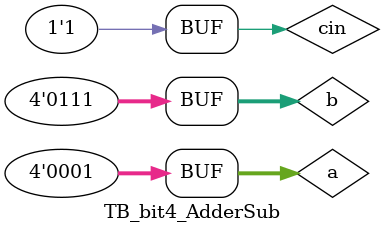
<source format=v>
module bit4_AdderSub(sum,cout,a,b,cin);
input [3:0] a,b;
input cin;
output [3:0] sum;
output cout;
wire [7:0]w,c;
xor(w[0],b[0],cin);
xor(w[1],b[1],cin);
xor(w[2],b[2],cin);
xor(w[3],b[3],cin);
 Full_Adder f1(sum[0],c[0], a[0],w[0], cin);
 Full_Adder f2(sum[1], c[1], a[1],w[1], c[0]);
 Full_Adder f3(sum[2], c[2], a[2],w[2], c[1]);
 Full_Adder f4(sum[3], cout, a[3],w[3], c[2]);

endmodule

module TB_bit4_AdderSub;
reg [3:0] a,b;
reg cin;
wire [3:0] sum;
wire cout;

bit4_AdderSub as(sum,cout,a,b,cin);

initial

begin
a=4'b1000; b=4'b0010; cin=1;
#100 a=4'b1010; b=4'b0010; cin=1;
#100 a=4'b0010; b=4'b1000; cin=1;
#100 a=4'b1000; b=4'b1000; cin=1;
#100 a=4'b0001; b=4'b0111; cin=1;
end
endmodule

</source>
